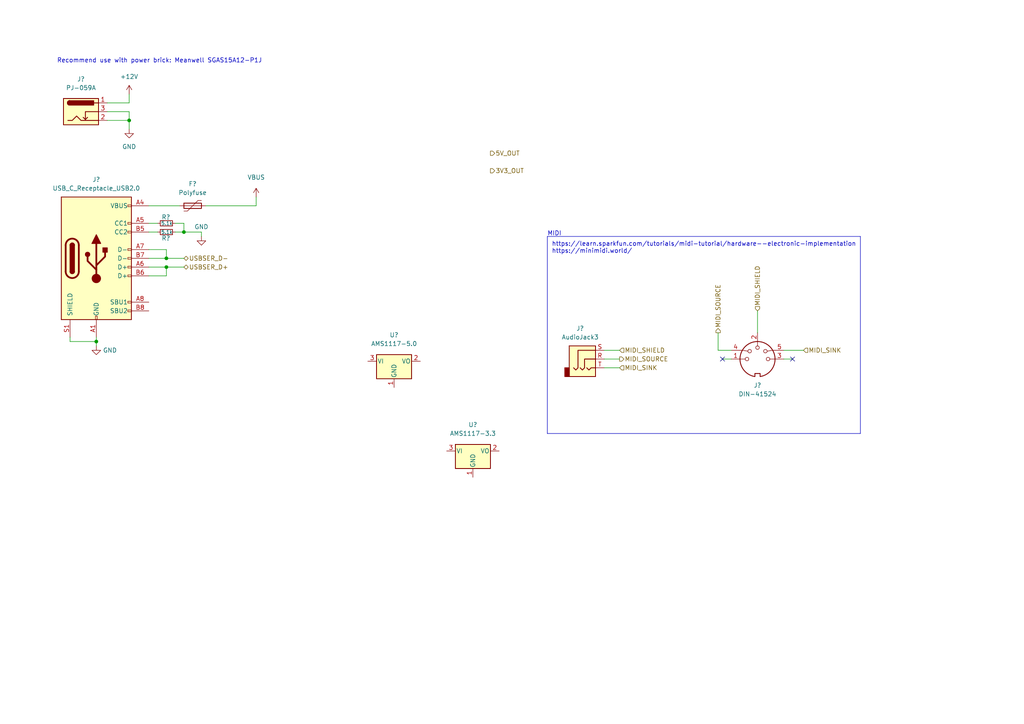
<source format=kicad_sch>
(kicad_sch (version 20211123) (generator eeschema)
  (paper "A4")
  (lib_symbols
    (symbol "Connector:AudioJack3"
      (property "Reference" "J" (at 0 8.89 0))
      (property "Value" "AudioJack3" (at 0 6.35 0))
      (symbol "AudioJack3_0_1"
        (rectangle (start -5.08 -5.08) (end -6.35 -2.54) (stroke (width 0.254)) (fill (type outline)))
        (polyline (pts (xy 0 -2.54) (xy 0.635 -3.175) (xy 1.27 -2.54) (xy 2.54 -2.54)) (stroke (width 0.254)))
        (polyline (pts (xy -1.905 -2.54) (xy -1.27 -3.175) (xy -0.635 -2.54) (xy -0.635 0) (xy 2.54 0)) (stroke (width 0.254)))
        (polyline (pts (xy 2.54 2.54) (xy -2.54 2.54) (xy -2.54 -2.54) (xy -3.175 -3.175) (xy -3.81 -2.54)) (stroke (width 0.254)))
        (rectangle (start 2.54 3.81) (end -5.08 -5.08) (stroke (width 0.254)) (fill (type background)))
      )
      (symbol "AudioJack3_1_1"
        (pin passive line (at 5.08 0 180) (length 2.54) (name "~") (number "R"))
        (pin passive line (at 5.08 2.54 180) (length 2.54) (name "~") (number "S"))
        (pin passive line (at 5.08 -2.54 180) (length 2.54) (name "~") (number "T"))
      )
    )
    (symbol "Connector:Barrel_Jack_Switch" (pin_names hide)
      (property "Reference" "J" (at 0 5.334 0))
      (property "Value" "Barrel_Jack_Switch" (at 0 -5.08 0))
      (symbol "Barrel_Jack_Switch_0_1"
        (rectangle (start -5.08 3.81) (end 5.08 -3.81) (stroke (width 0.254)) (fill (type background)))
        (arc (start -3.302 3.175) (mid -3.937 2.54) (end -3.302 1.905) (stroke (width 0.254)))
        (arc (start -3.302 3.175) (mid -3.937 2.54) (end -3.302 1.905) (stroke (width 0.254)) (fill (type outline)))
        (polyline (pts (xy 1.27 -2.286) (xy 1.905 -1.651)) (stroke (width 0.254)))
        (polyline (pts (xy 5.08 2.54) (xy 3.81 2.54)) (stroke (width 0.254)))
        (polyline (pts (xy 5.08 0) (xy 1.27 0) (xy 1.27 -2.286) (xy 0.635 -1.651)) (stroke (width 0.254)))
        (polyline (pts (xy -3.81 -2.54) (xy -2.54 -2.54) (xy -1.27 -1.27) (xy 0 -2.54) (xy 2.54 -2.54) (xy 5.08 -2.54)) (stroke (width 0.254)))
        (rectangle (start 3.683 3.175) (end -3.302 1.905) (stroke (width 0.254)) (fill (type outline)))
      )
      (symbol "Barrel_Jack_Switch_1_1"
        (pin passive line (at 7.62 2.54 180) (length 2.54) (name "~") (number "1"))
        (pin passive line (at 7.62 -2.54 180) (length 2.54) (name "~") (number "2"))
        (pin passive line (at 7.62 0 180) (length 2.54) (name "~") (number "3"))
      )
    )
    (symbol "Connector:DIN-5_180degree" (pin_names (offset 1.016))
      (property "Reference" "J" (at 3.175 5.715 0))
      (property "Value" "DIN-5_180degree" (at 0 -6.35 0))
      (symbol "DIN-5_180degree_0_1"
        (arc (start -5.08 0) (mid -3.8609 -3.3364) (end -0.762 -5.08) (stroke (width 0.254)))
        (circle (center -3.048 0) (radius 0.508))
        (circle (center -2.286 2.286) (radius 0.508))
        (polyline (pts (xy -5.08 0) (xy -3.556 0)))
        (polyline (pts (xy 0 5.08) (xy 0 3.81)))
        (polyline (pts (xy 5.08 0) (xy 3.556 0)))
        (polyline (pts (xy -5.08 2.54) (xy -4.318 2.54) (xy -2.794 2.286)))
        (polyline (pts (xy 5.08 2.54) (xy 4.318 2.54) (xy 2.794 2.286)))
        (polyline (pts (xy -0.762 -4.953) (xy -0.762 -4.191) (xy 0.762 -4.191) (xy 0.762 -4.953)) (stroke (width 0.254)))
        (circle (center 0 3.302) (radius 0.508))
        (arc (start 0.762 -5.08) (mid 3.8685 -3.343) (end 5.08 0) (stroke (width 0.254)))
        (circle (center 2.286 2.286) (radius 0.508))
        (circle (center 3.048 0) (radius 0.508))
        (arc (start 5.08 0) (mid 0 5.08) (end -5.08 0) (stroke (width 0.254)))
      )
      (symbol "DIN-5_180degree_1_1"
        (pin passive line (at -7.62 0 0) (length 2.54) (name "~") (number "1"))
        (pin passive line (at 0 7.62 270) (length 2.54) (name "~") (number "2"))
        (pin passive line (at 7.62 0 180) (length 2.54) (name "~") (number "3"))
        (pin passive line (at -7.62 2.54 0) (length 2.54) (name "~") (number "4"))
        (pin passive line (at 7.62 2.54 180) (length 2.54) (name "~") (number "5"))
      )
    )
    (symbol "Connector:USB_C_Receptacle_USB2.0" (pin_names (offset 1.016))
      (property "Reference" "J" (at -10.16 19.05 0))
      (property "Value" "USB_C_Receptacle_USB2.0" (at 19.05 19.05 0))
      (symbol "USB_C_Receptacle_USB2.0_0_0"
        (rectangle (start -0.254 -17.78) (end 0.254 -16.764))
        (rectangle (start 10.16 -14.986) (end 9.144 -15.494))
        (rectangle (start 10.16 -12.446) (end 9.144 -12.954))
        (rectangle (start 10.16 -4.826) (end 9.144 -5.334))
        (rectangle (start 10.16 -2.286) (end 9.144 -2.794))
        (rectangle (start 10.16 0.254) (end 9.144 -0.254))
        (rectangle (start 10.16 2.794) (end 9.144 2.286))
        (rectangle (start 10.16 7.874) (end 9.144 7.366))
        (rectangle (start 10.16 10.414) (end 9.144 9.906))
        (rectangle (start 10.16 15.494) (end 9.144 14.986))
      )
      (symbol "USB_C_Receptacle_USB2.0_0_1"
        (rectangle (start -10.16 17.78) (end 10.16 -17.78) (stroke (width 0.254)) (fill (type background)))
        (arc (start -8.89 -3.81) (mid -6.985 -5.715) (end -5.08 -3.81) (stroke (width 0.508)))
        (arc (start -7.62 -3.81) (mid -6.985 -4.445) (end -6.35 -3.81) (stroke (width 0.254)))
        (arc (start -7.62 -3.81) (mid -6.985 -4.445) (end -6.35 -3.81) (stroke (width 0.254)) (fill (type outline)))
        (rectangle (start -7.62 -3.81) (end -6.35 3.81) (stroke (width 0.254)) (fill (type outline)))
        (arc (start -6.35 3.81) (mid -6.985 4.445) (end -7.62 3.81) (stroke (width 0.254)))
        (arc (start -6.35 3.81) (mid -6.985 4.445) (end -7.62 3.81) (stroke (width 0.254)) (fill (type outline)))
        (arc (start -5.08 3.81) (mid -6.985 5.715) (end -8.89 3.81) (stroke (width 0.508)))
        (circle (center -2.54 1.143) (radius 0.635) (stroke (width 0.254)) (fill (type outline)))
        (circle (center 0 -5.842) (radius 1.27) (fill (type outline)))
        (polyline (pts (xy -8.89 -3.81) (xy -8.89 3.81)) (stroke (width 0.508)))
        (polyline (pts (xy -5.08 3.81) (xy -5.08 -3.81)) (stroke (width 0.508)))
        (polyline (pts (xy 0 -5.842) (xy 0 4.318)) (stroke (width 0.508)))
        (polyline (pts (xy 0 -3.302) (xy -2.54 -0.762) (xy -2.54 0.508)) (stroke (width 0.508)))
        (polyline (pts (xy 0 -2.032) (xy 2.54 0.508) (xy 2.54 1.778)) (stroke (width 0.508)))
        (polyline (pts (xy -1.27 4.318) (xy 0 6.858) (xy 1.27 4.318) (xy -1.27 4.318)) (stroke (width 0.254)) (fill (type outline)))
        (rectangle (start 1.905 1.778) (end 3.175 3.048) (stroke (width 0.254)) (fill (type outline)))
      )
      (symbol "USB_C_Receptacle_USB2.0_1_1"
        (pin passive line (at 0 -22.86 90) (length 5.08) (name "GND") (number "A1"))
        (pin passive line (at 0 -22.86 90) (length 5.08) hide (name "GND") (number "A12"))
        (pin passive line (at 15.24 15.24 180) (length 5.08) (name "VBUS") (number "A4"))
        (pin bidirectional line (at 15.24 10.16 180) (length 5.08) (name "CC1") (number "A5"))
        (pin bidirectional line (at 15.24 -2.54 180) (length 5.08) (name "D+") (number "A6"))
        (pin bidirectional line (at 15.24 2.54 180) (length 5.08) (name "D-") (number "A7"))
        (pin bidirectional line (at 15.24 -12.7 180) (length 5.08) (name "SBU1") (number "A8"))
        (pin passive line (at 15.24 15.24 180) (length 5.08) hide (name "VBUS") (number "A9"))
        (pin passive line (at 0 -22.86 90) (length 5.08) hide (name "GND") (number "B1"))
        (pin passive line (at 0 -22.86 90) (length 5.08) hide (name "GND") (number "B12"))
        (pin passive line (at 15.24 15.24 180) (length 5.08) hide (name "VBUS") (number "B4"))
        (pin bidirectional line (at 15.24 7.62 180) (length 5.08) (name "CC2") (number "B5"))
        (pin bidirectional line (at 15.24 -5.08 180) (length 5.08) (name "D+") (number "B6"))
        (pin bidirectional line (at 15.24 0 180) (length 5.08) (name "D-") (number "B7"))
        (pin bidirectional line (at 15.24 -15.24 180) (length 5.08) (name "SBU2") (number "B8"))
        (pin passive line (at 15.24 15.24 180) (length 5.08) hide (name "VBUS") (number "B9"))
        (pin passive line (at -7.62 -22.86 90) (length 5.08) (name "SHIELD") (number "S1"))
      )
    )
    (symbol "Device:Polyfuse" (pin_numbers hide) (pin_names (offset 0))
      (property "Reference" "F" (at -2.54 0 90))
      (property "Value" "Polyfuse" (at 2.54 0 90))
      (symbol "Polyfuse_0_1"
        (rectangle (start -0.762 2.54) (end 0.762 -2.54) (stroke (width 0.254)))
        (polyline (pts (xy 0 2.54) (xy 0 -2.54)))
        (polyline (pts (xy -1.524 2.54) (xy -1.524 1.524) (xy 1.524 -1.524) (xy 1.524 -2.54)))
      )
      (symbol "Polyfuse_1_1"
        (pin passive line (at 0 3.81 270) (length 1.27) (name "~") (number "1"))
        (pin passive line (at 0 -3.81 90) (length 1.27) (name "~") (number "2"))
      )
    )
    (symbol "Device:R_Small" (pin_numbers hide) (pin_names (offset 0.254) hide)
      (property "Reference" "R" (at 0.762 0.508 0))
      (property "Value" "R_Small" (at 0.762 -1.016 0))
      (symbol "R_Small_0_1"
        (rectangle (start -0.762 1.778) (end 0.762 -1.778) (stroke (width 0.2032)))
      )
      (symbol "R_Small_1_1"
        (pin passive line (at 0 2.54 270) (length 0.762) (name "~") (number "1"))
        (pin passive line (at 0 -2.54 90) (length 0.762) (name "~") (number "2"))
      )
    )
    (symbol "GND_1" (power) (pin_names (offset 0))
      (property "Value" "GND_1" (at 0 -3.81 0))
      (symbol "GND_1_0_1"
        (polyline (pts (xy 0 0) (xy 0 -1.27) (xy 1.27 -1.27) (xy 0 -2.54) (xy -1.27 -1.27) (xy 0 -1.27)))
      )
      (symbol "GND_1_1_1"
        (pin power_in line (at 0 0 270) (length 0) hide (name "GND") (number "1"))
      )
    )
    (symbol "Regulator_Linear:AMS1117-3.3" (pin_names (offset 0.254))
      (property "Reference" "U" (at -3.81 3.175 0))
      (property "Value" "AMS1117-3.3" (at 0 3.175 0))
      (symbol "AMS1117-3.3_0_1"
        (rectangle (start -5.08 -5.08) (end 5.08 1.905) (stroke (width 0.254)) (fill (type background)))
      )
      (symbol "AMS1117-3.3_1_1"
        (pin power_in line (at 0 -7.62 90) (length 2.54) (name "GND") (number "1"))
        (pin power_out line (at 7.62 0 180) (length 2.54) (name "VO") (number "2"))
        (pin power_in line (at -7.62 0 0) (length 2.54) (name "VI") (number "3"))
      )
    )
    (symbol "Regulator_Linear:AMS1117-5.0" (pin_names (offset 0.254))
      (property "Reference" "U" (at -3.81 3.175 0))
      (property "Value" "AMS1117-5.0" (at 0 3.175 0))
      (symbol "AMS1117-5.0_0_1"
        (rectangle (start -5.08 -5.08) (end 5.08 1.905) (stroke (width 0.254)) (fill (type background)))
      )
      (symbol "AMS1117-5.0_1_1"
        (pin power_in line (at 0 -7.62 90) (length 2.54) (name "GND") (number "1"))
        (pin power_out line (at 7.62 0 180) (length 2.54) (name "VO") (number "2"))
        (pin power_in line (at -7.62 0 0) (length 2.54) (name "VI") (number "3"))
      )
    )
    (symbol "power:+12V" (power) (pin_names (offset 0))
      (property "Value" "+12V" (at 0 3.556 0))
      (symbol "+12V_0_1"
        (polyline (pts (xy -0.762 1.27) (xy 0 2.54)))
        (polyline (pts (xy 0 0) (xy 0 2.54)))
        (polyline (pts (xy 0 2.54) (xy 0.762 1.27)))
      )
      (symbol "+12V_1_1"
        (pin power_in line (at 0 0 90) (length 0) hide (name "+12V") (number "1"))
      )
    )
    (symbol "power:GND" (power) (pin_names (offset 0))
      (property "Value" "GND" (at 0 -3.81 0))
      (symbol "GND_0_1"
        (polyline (pts (xy 0 0) (xy 0 -1.27) (xy 1.27 -1.27) (xy 0 -2.54) (xy -1.27 -1.27) (xy 0 -1.27)))
      )
      (symbol "GND_1_1"
        (pin power_in line (at 0 0 270) (length 0) hide (name "GND") (number "1"))
      )
    )
    (symbol "power:VBUS" (power) (pin_names (offset 0))
      (property "Value" "VBUS" (at 0 3.81 0))
      (symbol "VBUS_0_1"
        (polyline (pts (xy -0.762 1.27) (xy 0 2.54)))
        (polyline (pts (xy 0 0) (xy 0 2.54)))
        (polyline (pts (xy 0 2.54) (xy 0.762 1.27)))
      )
      (symbol "VBUS_1_1"
        (pin power_in line (at 0 0 90) (length 0) hide (name "VBUS") (number "1"))
      )
    )
  )
  (junction (at 37.465 34.925))
  (junction (at 27.94 99.06))
  (junction (at 48.26 77.47))
  (junction (at 53.34 67.31))
  (junction (at 48.26 74.93))
  (no_connect (at 229.87 104.14))
  (no_connect (at 209.55 104.14))
  (wire (pts (xy 43.18 67.31) (xy 45.72 67.31)))
  (wire (pts (xy 53.34 67.31) (xy 58.42 67.31)))
  (wire (pts (xy 209.55 104.14) (xy 212.09 104.14)))
  (wire (pts (xy 175.26 101.6) (xy 179.705 101.6)))
  (wire (pts (xy 31.115 29.845) (xy 37.465 29.845)))
  (wire (pts (xy 43.18 77.47) (xy 48.26 77.47)))
  (wire (pts (xy 37.465 32.385) (xy 37.465 34.925)))
  (wire (pts (xy 53.34 64.77) (xy 50.8 64.77)))
  (wire (pts (xy 37.465 34.925) (xy 31.115 34.925)))
  (wire (pts (xy 48.26 72.39) (xy 48.26 74.93)))
  (wire (pts (xy 20.32 99.06) (xy 27.94 99.06)))
  (polyline (pts (xy 249.555 68.58) (xy 249.555 125.73)) (stroke (width 0) (type solid)))
  (polyline (pts (xy 249.555 125.73) (xy 158.75 125.73)) (stroke (width 0) (type solid)))
  (wire (pts (xy 208.28 101.6) (xy 208.28 96.52)))
  (polyline (pts (xy 158.75 68.58) (xy 158.75 125.73)) (stroke (width 0) (type solid)))
  (wire (pts (xy 53.34 67.31) (xy 50.8 67.31)))
  (wire (pts (xy 20.32 97.79) (xy 20.32 99.06)))
  (wire (pts (xy 27.94 97.79) (xy 27.94 99.06)))
  (wire (pts (xy 27.94 99.06) (xy 27.94 100.33)))
  (wire (pts (xy 31.115 32.385) (xy 37.465 32.385)))
  (wire (pts (xy 52.07 59.69) (xy 43.18 59.69)))
  (wire (pts (xy 227.33 104.14) (xy 229.87 104.14)))
  (wire (pts (xy 37.465 29.845) (xy 37.465 27.305)))
  (wire (pts (xy 43.18 80.01) (xy 48.26 80.01)))
  (wire (pts (xy 43.18 72.39) (xy 48.26 72.39)))
  (wire (pts (xy 58.42 67.31) (xy 58.42 68.58)))
  (wire (pts (xy 175.26 104.14) (xy 179.705 104.14)))
  (wire (pts (xy 175.26 106.68) (xy 179.705 106.68)))
  (wire (pts (xy 59.69 59.69) (xy 74.295 59.69)))
  (wire (pts (xy 219.71 96.52) (xy 219.71 90.17)))
  (wire (pts (xy 43.18 74.93) (xy 48.26 74.93)))
  (wire (pts (xy 53.34 64.77) (xy 53.34 67.31)))
  (wire (pts (xy 74.295 59.69) (xy 74.295 57.15)))
  (wire (pts (xy 37.465 37.465) (xy 37.465 34.925)))
  (wire (pts (xy 212.09 101.6) (xy 208.28 101.6)))
  (polyline (pts (xy 158.75 68.58) (xy 249.555 68.58)) (stroke (width 0) (type solid)))
  (wire (pts (xy 48.26 74.93) (xy 53.34 74.93)))
  (wire (pts (xy 227.33 101.6) (xy 233.045 101.6)))
  (wire (pts (xy 43.18 64.77) (xy 45.72 64.77)))
  (wire (pts (xy 48.26 77.47) (xy 48.26 80.01)))
  (wire (pts (xy 48.26 77.47) (xy 53.34 77.47)))
  (text "MIDI" (at 158.75 68.58 0) (effects (font (size 1.27 1.27)) (justify left bottom)))
  (text "https://learn.sparkfun.com/tutorials/midi-tutorial/hardware--electronic-implementation\nhttps://minimidi.world/" (at 160.02 73.66 0) (effects (font (size 1.27 1.27)) (justify left bottom)))
  (text "Recommend use with power brick: Meanwell SGAS15A12-P1J" (at 16.51 18.415 0) (effects (font (size 1.27 1.27)) (justify left bottom)))
  (hierarchical_label "MIDI_SHIELD" (shape input) (at 179.705 101.6 0))
  (hierarchical_label "MIDI_SOURCE" (shape output) (at 208.28 96.52 90))
  (hierarchical_label "3V3_OUT" (shape output) (at 142.24 49.53 0))
  (hierarchical_label "USBSER_D+" (shape bidirectional) (at 53.34 77.47 0))
  (hierarchical_label "USBSER_D-" (shape bidirectional) (at 53.34 74.93 0))
  (hierarchical_label "MIDI_SOURCE" (shape output) (at 179.705 104.14 0))
  (hierarchical_label "5V_OUT" (shape output) (at 142.24 44.45 0))
  (hierarchical_label "MIDI_SINK" (shape input) (at 179.705 106.68 0))
  (hierarchical_label "MIDI_SHIELD" (shape input) (at 219.71 90.17 90))
  (hierarchical_label "MIDI_SINK" (shape input) (at 233.045 101.6 0))
  (symbol (lib_id "Device:Polyfuse") (at 55.88 59.69 90) (unit 1)
    (property "Reference" "F?" (at 55.88 53.34 90))
    (property "Value" "Polyfuse" (at 55.88 55.88 90))
  )
  (symbol (lib_id "Device:R_Small") (at 48.26 64.77 270) (unit 1)
    (property "Reference" "R?" (at 48.133 62.992 90))
    (property "Value" "5.1k" (at 48.387 64.77 90) (effects (font (size 1 1))))
    (property "Footprint" "Resistor_SMD:R_0805_2012Metric_Pad1.20x1.40mm_HandSolder" (effects hide))
  )
  (symbol (lib_id "Connector:DIN-5_180degree") (at 219.71 104.14 0) (unit 1)
    (property "Reference" "J?" (at 219.7101 111.76 0))
    (property "Value" "DIN-41524" (at 219.7101 114.3 0))
  )
  (symbol (lib_id "Device:R_Small") (at 48.26 67.31 270) (unit 1)
    (property "Reference" "R?" (at 48.133 69.088 90))
    (property "Value" "5.1k" (at 48.387 67.31 90) (effects (font (size 1 1))))
    (property "Footprint" "Resistor_SMD:R_0805_2012Metric_Pad1.20x1.40mm_HandSolder" (effects hide))
  )
  (symbol (lib_id "power:VBUS") (at 74.295 57.15 0) (unit 1)
    (property "Reference" "#PWR?" (effects hide))
    (property "Value" "VBUS" (at 74.295 51.435 0))
  )
  (symbol (lib_id "Connector:Barrel_Jack_Switch") (at 23.495 32.385 0) (unit 1)
    (property "Reference" "J?" (at 23.495 22.9362 0))
    (property "Value" "PJ-059A" (at 23.495 25.4762 0))
    (property "Datasheet" "https://www.cuidevices.com/product/resource/pj-059a.pdf" (effects hide))
  )
  (symbol (lib_id "Connector:AudioJack3") (at 170.18 104.14 0) (unit 1)
    (property "Reference" "J?" (at 168.275 95.25 0))
    (property "Value" "AudioJack3" (at 168.275 97.79 0))
  )
  (symbol (lib_id "power:+12V") (at 37.465 27.305 0) (unit 1)
    (property "Reference" "#PWR?" (effects hide))
    (property "Value" "+12V" (at 37.465 22.225 0))
  )
  (symbol (lib_id "Connector:USB_C_Receptacle_USB2.0") (at 27.94 74.93 0) (unit 1)
    (property "Reference" "J?" (at 27.94 52.07 0))
    (property "Value" "USB_C_Receptacle_USB2.0" (at 27.94 54.61 0))
    (property "Footprint" "Connector_USB:USB_C_Receptacle_HRO_TYPE-C-31-M-12" (effects hide))
    (property "Datasheet" "https://www.usb.org/sites/default/files/documents/usb_type-c.zip" (effects hide))
  )
  (symbol (lib_id "Regulator_Linear:AMS1117-3.3") (at 137.16 130.81 0) (unit 1)
    (property "Reference" "U?" (at 137.16 123.19 0))
    (property "Value" "AMS1117-3.3" (at 137.16 125.73 0))
    (property "Footprint" "Package_TO_SOT_SMD:SOT-223-3_TabPin2" (effects hide))
    (property "Datasheet" "http://www.advanced-monolithic.com/pdf/ds1117.pdf" (effects hide))
  )
  (symbol (lib_id "power:GND") (at 58.42 68.58 0) (unit 1)
    (property "Reference" "#PWR?" (effects hide))
    (property "Value" "GND" (at 58.42 65.786 0))
  )
  (symbol (lib_id "power:GND") (at 27.94 100.33 0) (unit 1)
    (property "Reference" "#PWR?" (effects hide))
    (property "Value" "GND" (at 29.845 101.5999 0) (effects (justify left)))
  )
  (symbol (lib_name "GND_1") (lib_id "power:GND") (at 37.465 37.465 0) (unit 1)
    (property "Reference" "#PWR?" (effects hide))
    (property "Value" "GND" (at 37.465 42.545 0))
  )
  (symbol (lib_id "Regulator_Linear:AMS1117-5.0") (at 114.3 104.775 0) (unit 1)
    (property "Reference" "U?" (at 114.3 97.155 0))
    (property "Value" "AMS1117-5.0" (at 114.3 99.695 0))
    (property "Footprint" "Package_TO_SOT_SMD:SOT-223-3_TabPin2" (effects hide))
    (property "Datasheet" "http://www.advanced-monolithic.com/pdf/ds1117.pdf" (effects hide))
  )
)
</source>
